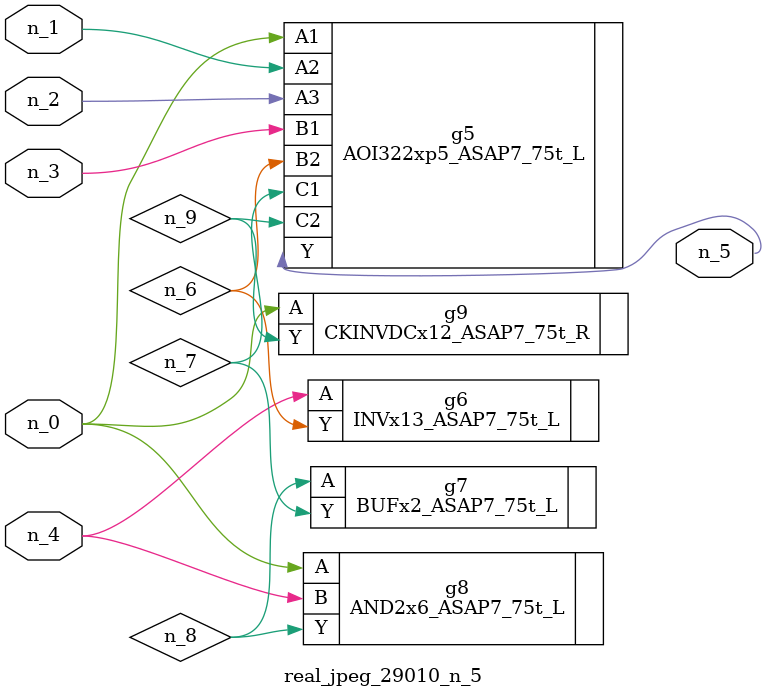
<source format=v>
module real_jpeg_29010_n_5 (n_4, n_0, n_1, n_2, n_3, n_5);

input n_4;
input n_0;
input n_1;
input n_2;
input n_3;

output n_5;

wire n_8;
wire n_6;
wire n_7;
wire n_9;

AOI322xp5_ASAP7_75t_L g5 ( 
.A1(n_0),
.A2(n_1),
.A3(n_2),
.B1(n_3),
.B2(n_6),
.C1(n_7),
.C2(n_9),
.Y(n_5)
);

AND2x6_ASAP7_75t_L g8 ( 
.A(n_0),
.B(n_4),
.Y(n_8)
);

CKINVDCx12_ASAP7_75t_R g9 ( 
.A(n_0),
.Y(n_9)
);

INVx13_ASAP7_75t_L g6 ( 
.A(n_4),
.Y(n_6)
);

BUFx2_ASAP7_75t_L g7 ( 
.A(n_8),
.Y(n_7)
);


endmodule
</source>
